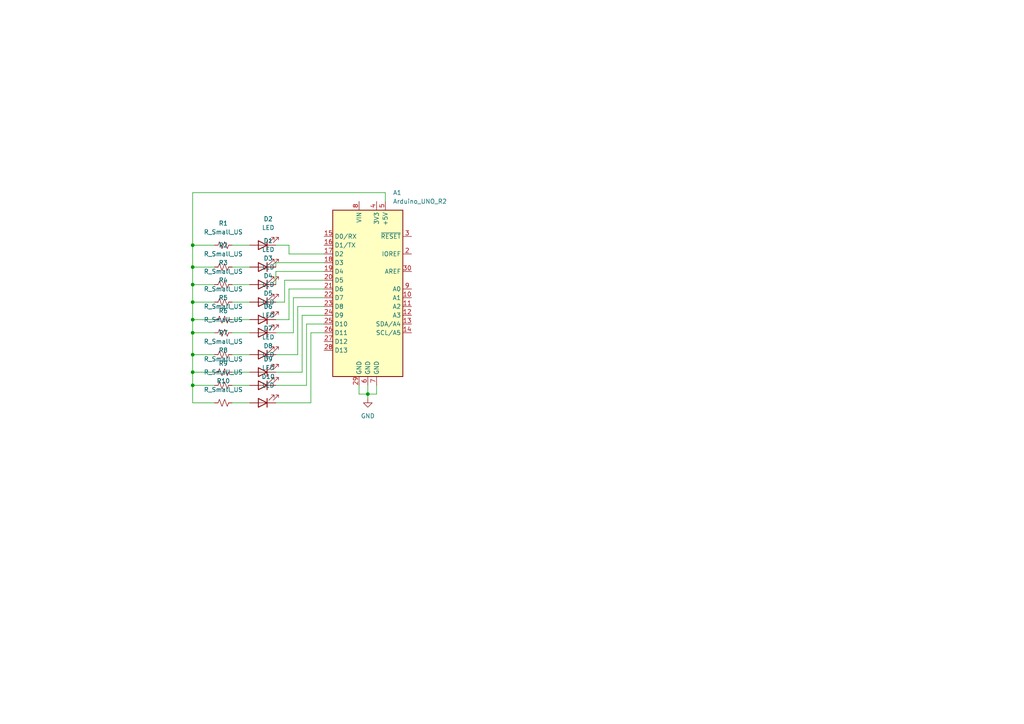
<source format=kicad_sch>
(kicad_sch (version 20230121) (generator eeschema)

  (uuid 6323351d-005b-4a3d-9e09-7cb0f846c7d4)

  (paper "A4")

  (title_block
    (title "Arduino uno shield")
    (rev "1")
  )

  (lib_symbols
    (symbol "Device:LED" (pin_numbers hide) (pin_names (offset 1.016) hide) (in_bom yes) (on_board yes)
      (property "Reference" "D" (at 0 2.54 0)
        (effects (font (size 1.27 1.27)))
      )
      (property "Value" "LED" (at 0 -2.54 0)
        (effects (font (size 1.27 1.27)))
      )
      (property "Footprint" "" (at 0 0 0)
        (effects (font (size 1.27 1.27)) hide)
      )
      (property "Datasheet" "~" (at 0 0 0)
        (effects (font (size 1.27 1.27)) hide)
      )
      (property "ki_keywords" "LED diode" (at 0 0 0)
        (effects (font (size 1.27 1.27)) hide)
      )
      (property "ki_description" "Light emitting diode" (at 0 0 0)
        (effects (font (size 1.27 1.27)) hide)
      )
      (property "ki_fp_filters" "LED* LED_SMD:* LED_THT:*" (at 0 0 0)
        (effects (font (size 1.27 1.27)) hide)
      )
      (symbol "LED_0_1"
        (polyline
          (pts
            (xy -1.27 -1.27)
            (xy -1.27 1.27)
          )
          (stroke (width 0.254) (type default))
          (fill (type none))
        )
        (polyline
          (pts
            (xy -1.27 0)
            (xy 1.27 0)
          )
          (stroke (width 0) (type default))
          (fill (type none))
        )
        (polyline
          (pts
            (xy 1.27 -1.27)
            (xy 1.27 1.27)
            (xy -1.27 0)
            (xy 1.27 -1.27)
          )
          (stroke (width 0.254) (type default))
          (fill (type none))
        )
        (polyline
          (pts
            (xy -3.048 -0.762)
            (xy -4.572 -2.286)
            (xy -3.81 -2.286)
            (xy -4.572 -2.286)
            (xy -4.572 -1.524)
          )
          (stroke (width 0) (type default))
          (fill (type none))
        )
        (polyline
          (pts
            (xy -1.778 -0.762)
            (xy -3.302 -2.286)
            (xy -2.54 -2.286)
            (xy -3.302 -2.286)
            (xy -3.302 -1.524)
          )
          (stroke (width 0) (type default))
          (fill (type none))
        )
      )
      (symbol "LED_1_1"
        (pin passive line (at -3.81 0 0) (length 2.54)
          (name "K" (effects (font (size 1.27 1.27))))
          (number "1" (effects (font (size 1.27 1.27))))
        )
        (pin passive line (at 3.81 0 180) (length 2.54)
          (name "A" (effects (font (size 1.27 1.27))))
          (number "2" (effects (font (size 1.27 1.27))))
        )
      )
    )
    (symbol "Device:R_Small_US" (pin_numbers hide) (pin_names (offset 0.254) hide) (in_bom yes) (on_board yes)
      (property "Reference" "R" (at 0.762 0.508 0)
        (effects (font (size 1.27 1.27)) (justify left))
      )
      (property "Value" "R_Small_US" (at 0.762 -1.016 0)
        (effects (font (size 1.27 1.27)) (justify left))
      )
      (property "Footprint" "" (at 0 0 0)
        (effects (font (size 1.27 1.27)) hide)
      )
      (property "Datasheet" "~" (at 0 0 0)
        (effects (font (size 1.27 1.27)) hide)
      )
      (property "ki_keywords" "r resistor" (at 0 0 0)
        (effects (font (size 1.27 1.27)) hide)
      )
      (property "ki_description" "Resistor, small US symbol" (at 0 0 0)
        (effects (font (size 1.27 1.27)) hide)
      )
      (property "ki_fp_filters" "R_*" (at 0 0 0)
        (effects (font (size 1.27 1.27)) hide)
      )
      (symbol "R_Small_US_1_1"
        (polyline
          (pts
            (xy 0 0)
            (xy 1.016 -0.381)
            (xy 0 -0.762)
            (xy -1.016 -1.143)
            (xy 0 -1.524)
          )
          (stroke (width 0) (type default))
          (fill (type none))
        )
        (polyline
          (pts
            (xy 0 1.524)
            (xy 1.016 1.143)
            (xy 0 0.762)
            (xy -1.016 0.381)
            (xy 0 0)
          )
          (stroke (width 0) (type default))
          (fill (type none))
        )
        (pin passive line (at 0 2.54 270) (length 1.016)
          (name "~" (effects (font (size 1.27 1.27))))
          (number "1" (effects (font (size 1.27 1.27))))
        )
        (pin passive line (at 0 -2.54 90) (length 1.016)
          (name "~" (effects (font (size 1.27 1.27))))
          (number "2" (effects (font (size 1.27 1.27))))
        )
      )
    )
    (symbol "MCU_Module:Arduino_UNO_R2" (in_bom yes) (on_board yes)
      (property "Reference" "A" (at -10.16 23.495 0)
        (effects (font (size 1.27 1.27)) (justify left bottom))
      )
      (property "Value" "Arduino_UNO_R2" (at 5.08 -26.67 0)
        (effects (font (size 1.27 1.27)) (justify left top))
      )
      (property "Footprint" "Module:Arduino_UNO_R2" (at 0 0 0)
        (effects (font (size 1.27 1.27) italic) hide)
      )
      (property "Datasheet" "https://www.arduino.cc/en/Main/arduinoBoardUno" (at 0 0 0)
        (effects (font (size 1.27 1.27)) hide)
      )
      (property "ki_keywords" "Arduino UNO R3 Microcontroller Module Atmel AVR USB" (at 0 0 0)
        (effects (font (size 1.27 1.27)) hide)
      )
      (property "ki_description" "Arduino UNO Microcontroller Module, release 2" (at 0 0 0)
        (effects (font (size 1.27 1.27)) hide)
      )
      (property "ki_fp_filters" "Arduino*UNO*R2*" (at 0 0 0)
        (effects (font (size 1.27 1.27)) hide)
      )
      (symbol "Arduino_UNO_R2_0_1"
        (rectangle (start -10.16 22.86) (end 10.16 -25.4)
          (stroke (width 0.254) (type default))
          (fill (type background))
        )
      )
      (symbol "Arduino_UNO_R2_1_1"
        (pin no_connect line (at -10.16 -20.32 0) (length 2.54) hide
          (name "NC" (effects (font (size 1.27 1.27))))
          (number "1" (effects (font (size 1.27 1.27))))
        )
        (pin bidirectional line (at 12.7 -2.54 180) (length 2.54)
          (name "A1" (effects (font (size 1.27 1.27))))
          (number "10" (effects (font (size 1.27 1.27))))
        )
        (pin bidirectional line (at 12.7 -5.08 180) (length 2.54)
          (name "A2" (effects (font (size 1.27 1.27))))
          (number "11" (effects (font (size 1.27 1.27))))
        )
        (pin bidirectional line (at 12.7 -7.62 180) (length 2.54)
          (name "A3" (effects (font (size 1.27 1.27))))
          (number "12" (effects (font (size 1.27 1.27))))
        )
        (pin bidirectional line (at 12.7 -10.16 180) (length 2.54)
          (name "SDA/A4" (effects (font (size 1.27 1.27))))
          (number "13" (effects (font (size 1.27 1.27))))
        )
        (pin bidirectional line (at 12.7 -12.7 180) (length 2.54)
          (name "SCL/A5" (effects (font (size 1.27 1.27))))
          (number "14" (effects (font (size 1.27 1.27))))
        )
        (pin bidirectional line (at -12.7 15.24 0) (length 2.54)
          (name "D0/RX" (effects (font (size 1.27 1.27))))
          (number "15" (effects (font (size 1.27 1.27))))
        )
        (pin bidirectional line (at -12.7 12.7 0) (length 2.54)
          (name "D1/TX" (effects (font (size 1.27 1.27))))
          (number "16" (effects (font (size 1.27 1.27))))
        )
        (pin bidirectional line (at -12.7 10.16 0) (length 2.54)
          (name "D2" (effects (font (size 1.27 1.27))))
          (number "17" (effects (font (size 1.27 1.27))))
        )
        (pin bidirectional line (at -12.7 7.62 0) (length 2.54)
          (name "D3" (effects (font (size 1.27 1.27))))
          (number "18" (effects (font (size 1.27 1.27))))
        )
        (pin bidirectional line (at -12.7 5.08 0) (length 2.54)
          (name "D4" (effects (font (size 1.27 1.27))))
          (number "19" (effects (font (size 1.27 1.27))))
        )
        (pin output line (at 12.7 10.16 180) (length 2.54)
          (name "IOREF" (effects (font (size 1.27 1.27))))
          (number "2" (effects (font (size 1.27 1.27))))
        )
        (pin bidirectional line (at -12.7 2.54 0) (length 2.54)
          (name "D5" (effects (font (size 1.27 1.27))))
          (number "20" (effects (font (size 1.27 1.27))))
        )
        (pin bidirectional line (at -12.7 0 0) (length 2.54)
          (name "D6" (effects (font (size 1.27 1.27))))
          (number "21" (effects (font (size 1.27 1.27))))
        )
        (pin bidirectional line (at -12.7 -2.54 0) (length 2.54)
          (name "D7" (effects (font (size 1.27 1.27))))
          (number "22" (effects (font (size 1.27 1.27))))
        )
        (pin bidirectional line (at -12.7 -5.08 0) (length 2.54)
          (name "D8" (effects (font (size 1.27 1.27))))
          (number "23" (effects (font (size 1.27 1.27))))
        )
        (pin bidirectional line (at -12.7 -7.62 0) (length 2.54)
          (name "D9" (effects (font (size 1.27 1.27))))
          (number "24" (effects (font (size 1.27 1.27))))
        )
        (pin bidirectional line (at -12.7 -10.16 0) (length 2.54)
          (name "D10" (effects (font (size 1.27 1.27))))
          (number "25" (effects (font (size 1.27 1.27))))
        )
        (pin bidirectional line (at -12.7 -12.7 0) (length 2.54)
          (name "D11" (effects (font (size 1.27 1.27))))
          (number "26" (effects (font (size 1.27 1.27))))
        )
        (pin bidirectional line (at -12.7 -15.24 0) (length 2.54)
          (name "D12" (effects (font (size 1.27 1.27))))
          (number "27" (effects (font (size 1.27 1.27))))
        )
        (pin bidirectional line (at -12.7 -17.78 0) (length 2.54)
          (name "D13" (effects (font (size 1.27 1.27))))
          (number "28" (effects (font (size 1.27 1.27))))
        )
        (pin power_in line (at -2.54 -27.94 90) (length 2.54)
          (name "GND" (effects (font (size 1.27 1.27))))
          (number "29" (effects (font (size 1.27 1.27))))
        )
        (pin input line (at 12.7 15.24 180) (length 2.54)
          (name "~{RESET}" (effects (font (size 1.27 1.27))))
          (number "3" (effects (font (size 1.27 1.27))))
        )
        (pin input line (at 12.7 5.08 180) (length 2.54)
          (name "AREF" (effects (font (size 1.27 1.27))))
          (number "30" (effects (font (size 1.27 1.27))))
        )
        (pin power_out line (at 2.54 25.4 270) (length 2.54)
          (name "3V3" (effects (font (size 1.27 1.27))))
          (number "4" (effects (font (size 1.27 1.27))))
        )
        (pin power_out line (at 5.08 25.4 270) (length 2.54)
          (name "+5V" (effects (font (size 1.27 1.27))))
          (number "5" (effects (font (size 1.27 1.27))))
        )
        (pin power_in line (at 0 -27.94 90) (length 2.54)
          (name "GND" (effects (font (size 1.27 1.27))))
          (number "6" (effects (font (size 1.27 1.27))))
        )
        (pin power_in line (at 2.54 -27.94 90) (length 2.54)
          (name "GND" (effects (font (size 1.27 1.27))))
          (number "7" (effects (font (size 1.27 1.27))))
        )
        (pin power_in line (at -2.54 25.4 270) (length 2.54)
          (name "VIN" (effects (font (size 1.27 1.27))))
          (number "8" (effects (font (size 1.27 1.27))))
        )
        (pin bidirectional line (at 12.7 0 180) (length 2.54)
          (name "A0" (effects (font (size 1.27 1.27))))
          (number "9" (effects (font (size 1.27 1.27))))
        )
      )
    )
    (symbol "power:GND" (power) (pin_names (offset 0)) (in_bom yes) (on_board yes)
      (property "Reference" "#PWR" (at 0 -6.35 0)
        (effects (font (size 1.27 1.27)) hide)
      )
      (property "Value" "GND" (at 0 -3.81 0)
        (effects (font (size 1.27 1.27)))
      )
      (property "Footprint" "" (at 0 0 0)
        (effects (font (size 1.27 1.27)) hide)
      )
      (property "Datasheet" "" (at 0 0 0)
        (effects (font (size 1.27 1.27)) hide)
      )
      (property "ki_keywords" "global power" (at 0 0 0)
        (effects (font (size 1.27 1.27)) hide)
      )
      (property "ki_description" "Power symbol creates a global label with name \"GND\" , ground" (at 0 0 0)
        (effects (font (size 1.27 1.27)) hide)
      )
      (symbol "GND_0_1"
        (polyline
          (pts
            (xy 0 0)
            (xy 0 -1.27)
            (xy 1.27 -1.27)
            (xy 0 -2.54)
            (xy -1.27 -1.27)
            (xy 0 -1.27)
          )
          (stroke (width 0) (type default))
          (fill (type none))
        )
      )
      (symbol "GND_1_1"
        (pin power_in line (at 0 0 270) (length 0) hide
          (name "GND" (effects (font (size 1.27 1.27))))
          (number "1" (effects (font (size 1.27 1.27))))
        )
      )
    )
  )

  (junction (at 106.68 114.3) (diameter 0) (color 0 0 0 0)
    (uuid 244599fa-07db-423d-8f18-6a0478c3c7e3)
  )
  (junction (at 55.88 87.63) (diameter 0) (color 0 0 0 0)
    (uuid 4717068a-f5fb-469d-8a10-ed1fe7451e8f)
  )
  (junction (at 55.88 92.71) (diameter 0) (color 0 0 0 0)
    (uuid 5e3ea075-907c-4a6e-9b85-5202fdafd49d)
  )
  (junction (at 55.88 96.52) (diameter 0) (color 0 0 0 0)
    (uuid a0668713-8959-44ce-81af-151aecbf681f)
  )
  (junction (at 55.88 71.12) (diameter 0) (color 0 0 0 0)
    (uuid bae617d4-f582-4045-9b7d-f1aa092a99ed)
  )
  (junction (at 55.88 102.87) (diameter 0) (color 0 0 0 0)
    (uuid cc3eec06-c11e-473f-b358-cbaa5a52cedd)
  )
  (junction (at 55.88 107.95) (diameter 0) (color 0 0 0 0)
    (uuid d8132422-fc8b-4e11-90a4-1d728ca4c916)
  )
  (junction (at 55.88 82.55) (diameter 0) (color 0 0 0 0)
    (uuid e3194046-1c6b-49a1-8e86-3eea906537fd)
  )
  (junction (at 55.88 77.47) (diameter 0) (color 0 0 0 0)
    (uuid e73406dc-bf86-4cd9-be62-0d10757c5625)
  )
  (junction (at 55.88 111.76) (diameter 0) (color 0 0 0 0)
    (uuid f265bb26-8f5d-4a7c-9f27-20eeefe62ef5)
  )

  (wire (pts (xy 55.88 71.12) (xy 55.88 77.47))
    (stroke (width 0) (type default))
    (uuid 0cedeb30-a2d4-429a-a2d1-6c4b30e878c9)
  )
  (wire (pts (xy 106.68 111.76) (xy 106.68 114.3))
    (stroke (width 0) (type default))
    (uuid 15fce179-b870-4edd-ad82-d2f3d75baccf)
  )
  (wire (pts (xy 87.63 91.44) (xy 93.98 91.44))
    (stroke (width 0) (type default))
    (uuid 1c6ab2cf-bd56-43c7-8dc3-bb82dbd4f331)
  )
  (wire (pts (xy 55.88 102.87) (xy 55.88 107.95))
    (stroke (width 0) (type default))
    (uuid 1e5f0faf-400f-4130-a586-fe1276a2cc38)
  )
  (wire (pts (xy 88.9 93.98) (xy 93.98 93.98))
    (stroke (width 0) (type default))
    (uuid 1e9f56f0-ad9f-4041-bfab-88247849d7a4)
  )
  (wire (pts (xy 67.31 111.76) (xy 72.39 111.76))
    (stroke (width 0) (type default))
    (uuid 2f6c5be4-d2a1-4b03-b23c-c60fdb60f7dc)
  )
  (wire (pts (xy 80.01 102.87) (xy 86.36 102.87))
    (stroke (width 0) (type default))
    (uuid 30b8c18f-cbd8-41f7-a955-3a6c60641984)
  )
  (wire (pts (xy 55.88 71.12) (xy 62.23 71.12))
    (stroke (width 0) (type default))
    (uuid 32fdbb6b-95cb-4ec8-8afa-cf1d04cf0fca)
  )
  (wire (pts (xy 86.36 88.9) (xy 93.98 88.9))
    (stroke (width 0) (type default))
    (uuid 38e1e7f8-80f3-411c-8e8e-1cee1626df2f)
  )
  (wire (pts (xy 85.09 96.52) (xy 85.09 86.36))
    (stroke (width 0) (type default))
    (uuid 3a75e568-b853-4465-b1e7-a56a92fc706d)
  )
  (wire (pts (xy 80.01 92.71) (xy 83.82 92.71))
    (stroke (width 0) (type default))
    (uuid 3f43e971-da6c-42ce-9992-b8aab9ac7a7b)
  )
  (wire (pts (xy 55.88 82.55) (xy 62.23 82.55))
    (stroke (width 0) (type default))
    (uuid 497eacf4-9008-42af-b4eb-2728e9be9da2)
  )
  (wire (pts (xy 109.22 114.3) (xy 106.68 114.3))
    (stroke (width 0) (type default))
    (uuid 4d826380-6eae-4067-a441-54f729e8a0cc)
  )
  (wire (pts (xy 87.63 107.95) (xy 87.63 91.44))
    (stroke (width 0) (type default))
    (uuid 5050e3b3-89f1-4c72-9554-a14085267b98)
  )
  (wire (pts (xy 83.82 92.71) (xy 83.82 83.82))
    (stroke (width 0) (type default))
    (uuid 50bb42af-44a1-4057-923e-0bfd96dec2ea)
  )
  (wire (pts (xy 67.31 107.95) (xy 72.39 107.95))
    (stroke (width 0) (type default))
    (uuid 535ceac6-ca85-4908-9a5f-bf12d9f60518)
  )
  (wire (pts (xy 67.31 96.52) (xy 72.39 96.52))
    (stroke (width 0) (type default))
    (uuid 539415b2-426b-4225-8b8d-1fbf1c2e971c)
  )
  (wire (pts (xy 67.31 82.55) (xy 72.39 82.55))
    (stroke (width 0) (type default))
    (uuid 54fc6632-1699-4d48-9426-b7decb710523)
  )
  (wire (pts (xy 55.88 87.63) (xy 62.23 87.63))
    (stroke (width 0) (type default))
    (uuid 555f6918-fddb-45ae-97cf-7a9e731d0f65)
  )
  (wire (pts (xy 80.01 96.52) (xy 85.09 96.52))
    (stroke (width 0) (type default))
    (uuid 56effdf4-12d5-4be3-8201-29f50a7c2f6c)
  )
  (wire (pts (xy 55.88 92.71) (xy 62.23 92.71))
    (stroke (width 0) (type default))
    (uuid 57b3ca9b-6d2e-4f5a-b542-69899e3c9446)
  )
  (wire (pts (xy 80.01 116.84) (xy 90.17 116.84))
    (stroke (width 0) (type default))
    (uuid 58665bae-9cfa-4631-94e4-f0d12e9856de)
  )
  (wire (pts (xy 85.09 86.36) (xy 93.98 86.36))
    (stroke (width 0) (type default))
    (uuid 5c73634c-fb88-4a9c-869f-83905f9181b1)
  )
  (wire (pts (xy 67.31 77.47) (xy 72.39 77.47))
    (stroke (width 0) (type default))
    (uuid 5fceffde-db79-43bd-9ef1-a23c5671e213)
  )
  (wire (pts (xy 109.22 111.76) (xy 109.22 114.3))
    (stroke (width 0) (type default))
    (uuid 64280aba-365e-4a6e-b1b0-d60d55cb5ba9)
  )
  (wire (pts (xy 55.88 111.76) (xy 55.88 116.84))
    (stroke (width 0) (type default))
    (uuid 6a24bbd5-9081-4d1b-b900-bb81b07fd1d7)
  )
  (wire (pts (xy 90.17 116.84) (xy 90.17 96.52))
    (stroke (width 0) (type default))
    (uuid 6d4d5cf2-c2fc-4762-857a-2c55841a2164)
  )
  (wire (pts (xy 80.01 87.63) (xy 82.55 87.63))
    (stroke (width 0) (type default))
    (uuid 705d6d1e-1aa1-49f7-8cba-9e1075240b40)
  )
  (wire (pts (xy 80.01 78.74) (xy 93.98 78.74))
    (stroke (width 0) (type default))
    (uuid 7277615b-fba0-4b85-ad66-a5b386f24509)
  )
  (wire (pts (xy 106.68 114.3) (xy 106.68 115.57))
    (stroke (width 0) (type default))
    (uuid 7745f9e3-5889-449e-9780-2df7f6c58497)
  )
  (wire (pts (xy 83.82 71.12) (xy 83.82 73.66))
    (stroke (width 0) (type default))
    (uuid 774e8b29-9dda-4d4b-ade2-a74689836be1)
  )
  (wire (pts (xy 80.01 71.12) (xy 83.82 71.12))
    (stroke (width 0) (type default))
    (uuid 78f992a1-b991-4a8d-b090-370c92bae26e)
  )
  (wire (pts (xy 55.88 92.71) (xy 55.88 96.52))
    (stroke (width 0) (type default))
    (uuid 81d68270-6786-492a-8626-ab8bffa439c4)
  )
  (wire (pts (xy 55.88 116.84) (xy 62.23 116.84))
    (stroke (width 0) (type default))
    (uuid 8385df23-86f3-4031-be06-76c5211c804c)
  )
  (wire (pts (xy 67.31 102.87) (xy 72.39 102.87))
    (stroke (width 0) (type default))
    (uuid 8d1a5a8d-f3b4-48b7-838b-074051aff9e2)
  )
  (wire (pts (xy 55.88 107.95) (xy 55.88 111.76))
    (stroke (width 0) (type default))
    (uuid 8e6750ed-050a-43c2-b6ae-960c8d85386b)
  )
  (wire (pts (xy 80.01 111.76) (xy 88.9 111.76))
    (stroke (width 0) (type default))
    (uuid 94a0373d-7e2c-4aa0-b5b8-fe7cd4e1f928)
  )
  (wire (pts (xy 55.88 82.55) (xy 55.88 87.63))
    (stroke (width 0) (type default))
    (uuid 9954aa11-505a-4812-a049-fe7c1ca52a3d)
  )
  (wire (pts (xy 80.01 107.95) (xy 87.63 107.95))
    (stroke (width 0) (type default))
    (uuid 996af779-eb68-4e92-b98a-75955ba61ac7)
  )
  (wire (pts (xy 111.76 55.88) (xy 55.88 55.88))
    (stroke (width 0) (type default))
    (uuid 99dad481-8fd5-4f74-ab57-275e7954e0e2)
  )
  (wire (pts (xy 104.14 111.76) (xy 104.14 114.3))
    (stroke (width 0) (type default))
    (uuid 9e35dd3d-c69e-4ea5-bd58-7c45a5bdc077)
  )
  (wire (pts (xy 111.76 58.42) (xy 111.76 55.88))
    (stroke (width 0) (type default))
    (uuid a03f3374-b91b-4767-96a7-a2290bdaedd6)
  )
  (wire (pts (xy 55.88 77.47) (xy 55.88 82.55))
    (stroke (width 0) (type default))
    (uuid a18bfc95-a3f0-4351-917e-c860941dfd83)
  )
  (wire (pts (xy 80.01 77.47) (xy 80.01 76.2))
    (stroke (width 0) (type default))
    (uuid a6083dc9-125a-4839-bf87-adda15a9cc69)
  )
  (wire (pts (xy 83.82 73.66) (xy 93.98 73.66))
    (stroke (width 0) (type default))
    (uuid a7d344ca-0f38-4c2c-88d1-d7f976f3e563)
  )
  (wire (pts (xy 67.31 92.71) (xy 72.39 92.71))
    (stroke (width 0) (type default))
    (uuid afc5c64a-b2e3-4207-9afc-61929ccd4878)
  )
  (wire (pts (xy 104.14 114.3) (xy 106.68 114.3))
    (stroke (width 0) (type default))
    (uuid b3556914-bc95-4d87-b63b-b0be757a5616)
  )
  (wire (pts (xy 55.88 111.76) (xy 62.23 111.76))
    (stroke (width 0) (type default))
    (uuid b6b137f8-f44d-49eb-95e3-a88a8dacf17e)
  )
  (wire (pts (xy 55.88 87.63) (xy 55.88 92.71))
    (stroke (width 0) (type default))
    (uuid b7cb5fc1-0f38-439c-b366-c2f4b28a3912)
  )
  (wire (pts (xy 67.31 71.12) (xy 72.39 71.12))
    (stroke (width 0) (type default))
    (uuid bba5bb99-075d-4830-964d-449b84ae5aaa)
  )
  (wire (pts (xy 80.01 82.55) (xy 80.01 78.74))
    (stroke (width 0) (type default))
    (uuid be734c58-17ed-4064-8753-ad4154c5a8dd)
  )
  (wire (pts (xy 55.88 96.52) (xy 62.23 96.52))
    (stroke (width 0) (type default))
    (uuid bf5e1441-f2fa-4583-a16a-dd24e8151fec)
  )
  (wire (pts (xy 55.88 77.47) (xy 62.23 77.47))
    (stroke (width 0) (type default))
    (uuid c4cb8932-406b-44ea-ab5b-6e0025e51f79)
  )
  (wire (pts (xy 67.31 87.63) (xy 72.39 87.63))
    (stroke (width 0) (type default))
    (uuid cdc6af47-2570-499b-8c43-ab5447fbf928)
  )
  (wire (pts (xy 83.82 83.82) (xy 93.98 83.82))
    (stroke (width 0) (type default))
    (uuid d2e29381-b936-426f-9161-509c7f1f973a)
  )
  (wire (pts (xy 55.88 102.87) (xy 62.23 102.87))
    (stroke (width 0) (type default))
    (uuid d5a49802-0488-4399-adaf-701ae47af3ce)
  )
  (wire (pts (xy 67.31 116.84) (xy 72.39 116.84))
    (stroke (width 0) (type default))
    (uuid d60c4eab-26f9-40c3-ab0d-629563bbe758)
  )
  (wire (pts (xy 90.17 96.52) (xy 93.98 96.52))
    (stroke (width 0) (type default))
    (uuid d9c09c30-d153-42e1-9aa2-db08a0cf0e96)
  )
  (wire (pts (xy 55.88 107.95) (xy 62.23 107.95))
    (stroke (width 0) (type default))
    (uuid dd197447-907b-49de-b9d5-d63a8414e280)
  )
  (wire (pts (xy 82.55 81.28) (xy 93.98 81.28))
    (stroke (width 0) (type default))
    (uuid dfc14ee0-17b2-4c8e-add7-256d46a3fb29)
  )
  (wire (pts (xy 82.55 87.63) (xy 82.55 81.28))
    (stroke (width 0) (type default))
    (uuid e76ee3a2-6b58-4c66-bef8-c306c1e8949f)
  )
  (wire (pts (xy 55.88 55.88) (xy 55.88 71.12))
    (stroke (width 0) (type default))
    (uuid e94d46bb-30b8-45ba-9913-c93f512cfa67)
  )
  (wire (pts (xy 86.36 102.87) (xy 86.36 88.9))
    (stroke (width 0) (type default))
    (uuid f09460b1-594c-419f-af15-b3301a76fcb8)
  )
  (wire (pts (xy 55.88 96.52) (xy 55.88 102.87))
    (stroke (width 0) (type default))
    (uuid f74bfc96-036a-4f90-978d-6ff4b6d53154)
  )
  (wire (pts (xy 80.01 76.2) (xy 93.98 76.2))
    (stroke (width 0) (type default))
    (uuid f964ffcb-c4e3-4928-8fe0-d3a38a54b4c5)
  )
  (wire (pts (xy 88.9 111.76) (xy 88.9 93.98))
    (stroke (width 0) (type default))
    (uuid fe796b5d-2da9-42d2-b930-d5ffdaa702ef)
  )

  (symbol (lib_id "Device:LED") (at 76.2 87.63 180) (unit 1)
    (in_bom yes) (on_board yes) (dnp no) (fields_autoplaced)
    (uuid 294a50b0-f931-48f1-8651-8ceaa1943608)
    (property "Reference" "D4" (at 77.7875 80.01 0)
      (effects (font (size 1.27 1.27)))
    )
    (property "Value" "LED" (at 77.7875 82.55 0)
      (effects (font (size 1.27 1.27)))
    )
    (property "Footprint" "LED_SMD:LED_0805_2012Metric" (at 76.2 87.63 0)
      (effects (font (size 1.27 1.27)) hide)
    )
    (property "Datasheet" "~" (at 76.2 87.63 0)
      (effects (font (size 1.27 1.27)) hide)
    )
    (pin "2" (uuid 23155156-49bf-41cc-ab5d-46828c7283b0))
    (pin "1" (uuid 9d6db666-9b5f-4208-94b6-470452cd446d))
    (instances
      (project "shield"
        (path "/6323351d-005b-4a3d-9e09-7cb0f846c7d4"
          (reference "D4") (unit 1)
        )
      )
    )
  )

  (symbol (lib_id "Device:LED") (at 76.2 82.55 180) (unit 1)
    (in_bom yes) (on_board yes) (dnp no) (fields_autoplaced)
    (uuid 362227ae-8ab2-4f8c-8554-4b7e4fe4ed4b)
    (property "Reference" "D3" (at 77.7875 74.93 0)
      (effects (font (size 1.27 1.27)))
    )
    (property "Value" "LED" (at 77.7875 77.47 0)
      (effects (font (size 1.27 1.27)))
    )
    (property "Footprint" "LED_SMD:LED_0805_2012Metric" (at 76.2 82.55 0)
      (effects (font (size 1.27 1.27)) hide)
    )
    (property "Datasheet" "~" (at 76.2 82.55 0)
      (effects (font (size 1.27 1.27)) hide)
    )
    (pin "2" (uuid ec0f7c5c-3f0d-40fd-a594-e987db0bdd37))
    (pin "1" (uuid 4a60e755-9cea-474b-b536-e9a362b441be))
    (instances
      (project "shield"
        (path "/6323351d-005b-4a3d-9e09-7cb0f846c7d4"
          (reference "D3") (unit 1)
        )
      )
    )
  )

  (symbol (lib_id "Device:R_Small_US") (at 64.77 71.12 90) (unit 1)
    (in_bom yes) (on_board yes) (dnp no) (fields_autoplaced)
    (uuid 3953c710-fd4e-4615-9fbf-50e1a7407110)
    (property "Reference" "R1" (at 64.77 64.77 90)
      (effects (font (size 1.27 1.27)))
    )
    (property "Value" "R_Small_US" (at 64.77 67.31 90)
      (effects (font (size 1.27 1.27)))
    )
    (property "Footprint" "Resistor_SMD:R_0603_1608Metric" (at 64.77 71.12 0)
      (effects (font (size 1.27 1.27)) hide)
    )
    (property "Datasheet" "~" (at 64.77 71.12 0)
      (effects (font (size 1.27 1.27)) hide)
    )
    (pin "2" (uuid ade0ae14-8448-433b-b98f-64612d1cea0c))
    (pin "1" (uuid c7277920-515a-40dc-893f-6fd0e89545fa))
    (instances
      (project "shield"
        (path "/6323351d-005b-4a3d-9e09-7cb0f846c7d4"
          (reference "R1") (unit 1)
        )
      )
    )
  )

  (symbol (lib_id "Device:R_Small_US") (at 64.77 116.84 90) (unit 1)
    (in_bom yes) (on_board yes) (dnp no) (fields_autoplaced)
    (uuid 3ba779a4-f81a-45af-b2b1-f9061565e9cc)
    (property "Reference" "R10" (at 64.77 110.49 90)
      (effects (font (size 1.27 1.27)))
    )
    (property "Value" "R_Small_US" (at 64.77 113.03 90)
      (effects (font (size 1.27 1.27)))
    )
    (property "Footprint" "Resistor_SMD:R_0603_1608Metric" (at 64.77 116.84 0)
      (effects (font (size 1.27 1.27)) hide)
    )
    (property "Datasheet" "~" (at 64.77 116.84 0)
      (effects (font (size 1.27 1.27)) hide)
    )
    (pin "2" (uuid 53452529-7fa2-4817-9095-4dedd554f849))
    (pin "1" (uuid d1a9cd19-f9c2-4c45-b181-327f008c7481))
    (instances
      (project "shield"
        (path "/6323351d-005b-4a3d-9e09-7cb0f846c7d4"
          (reference "R10") (unit 1)
        )
      )
    )
  )

  (symbol (lib_id "Device:R_Small_US") (at 64.77 87.63 90) (unit 1)
    (in_bom yes) (on_board yes) (dnp no) (fields_autoplaced)
    (uuid 4f04819b-7625-4896-9f4b-0934cfc4a74b)
    (property "Reference" "R4" (at 64.77 81.28 90)
      (effects (font (size 1.27 1.27)))
    )
    (property "Value" "R_Small_US" (at 64.77 83.82 90)
      (effects (font (size 1.27 1.27)))
    )
    (property "Footprint" "Resistor_SMD:R_0603_1608Metric" (at 64.77 87.63 0)
      (effects (font (size 1.27 1.27)) hide)
    )
    (property "Datasheet" "~" (at 64.77 87.63 0)
      (effects (font (size 1.27 1.27)) hide)
    )
    (pin "2" (uuid 3c50ecd5-a7f9-4fbd-bd1f-ec65d6698b28))
    (pin "1" (uuid 1ee8af5a-c1eb-4809-8a64-36054896cf0d))
    (instances
      (project "shield"
        (path "/6323351d-005b-4a3d-9e09-7cb0f846c7d4"
          (reference "R4") (unit 1)
        )
      )
    )
  )

  (symbol (lib_id "Device:R_Small_US") (at 64.77 102.87 90) (unit 1)
    (in_bom yes) (on_board yes) (dnp no) (fields_autoplaced)
    (uuid 55beddda-d3e8-4e88-9fed-5bcb3df2e398)
    (property "Reference" "R7" (at 64.77 96.52 90)
      (effects (font (size 1.27 1.27)))
    )
    (property "Value" "R_Small_US" (at 64.77 99.06 90)
      (effects (font (size 1.27 1.27)))
    )
    (property "Footprint" "Resistor_SMD:R_0603_1608Metric" (at 64.77 102.87 0)
      (effects (font (size 1.27 1.27)) hide)
    )
    (property "Datasheet" "~" (at 64.77 102.87 0)
      (effects (font (size 1.27 1.27)) hide)
    )
    (pin "2" (uuid eacdf8e6-96b2-4c91-8e04-e1763bfb4c4b))
    (pin "1" (uuid 3b335256-0c11-4096-81da-c967635cb21a))
    (instances
      (project "shield"
        (path "/6323351d-005b-4a3d-9e09-7cb0f846c7d4"
          (reference "R7") (unit 1)
        )
      )
    )
  )

  (symbol (lib_id "Device:LED") (at 76.2 111.76 180) (unit 1)
    (in_bom yes) (on_board yes) (dnp no) (fields_autoplaced)
    (uuid 5f493d63-98f4-4021-90ac-3bca0a39cb19)
    (property "Reference" "D9" (at 77.7875 104.14 0)
      (effects (font (size 1.27 1.27)))
    )
    (property "Value" "LED" (at 77.7875 106.68 0)
      (effects (font (size 1.27 1.27)))
    )
    (property "Footprint" "LED_SMD:LED_0805_2012Metric" (at 76.2 111.76 0)
      (effects (font (size 1.27 1.27)) hide)
    )
    (property "Datasheet" "~" (at 76.2 111.76 0)
      (effects (font (size 1.27 1.27)) hide)
    )
    (pin "2" (uuid 1c4b68fc-4e68-4d7a-8bf4-c32d51d11311))
    (pin "1" (uuid 9153b784-2e62-4fbc-8e85-ca352a19e27c))
    (instances
      (project "shield"
        (path "/6323351d-005b-4a3d-9e09-7cb0f846c7d4"
          (reference "D9") (unit 1)
        )
      )
    )
  )

  (symbol (lib_id "MCU_Module:Arduino_UNO_R2") (at 106.68 83.82 0) (unit 1)
    (in_bom yes) (on_board yes) (dnp no) (fields_autoplaced)
    (uuid 65cd24ca-85a9-49a1-985d-db24e80888a0)
    (property "Reference" "A1" (at 113.9541 55.88 0)
      (effects (font (size 1.27 1.27)) (justify left))
    )
    (property "Value" "Arduino_UNO_R2" (at 113.9541 58.42 0)
      (effects (font (size 1.27 1.27)) (justify left))
    )
    (property "Footprint" "Module:Arduino_UNO_R2" (at 106.68 83.82 0)
      (effects (font (size 1.27 1.27) italic) hide)
    )
    (property "Datasheet" "https://www.arduino.cc/en/Main/arduinoBoardUno" (at 106.68 83.82 0)
      (effects (font (size 1.27 1.27)) hide)
    )
    (pin "1" (uuid ac4266fc-f26c-4974-afcf-c50bc253011e))
    (pin "10" (uuid b9c41ef8-53e4-4fb9-baee-84e883bb3560))
    (pin "11" (uuid 97558b6b-2f36-489b-af4b-db9bce64454a))
    (pin "25" (uuid 6ff47a65-e0fc-4c25-8525-df1cf81ab147))
    (pin "28" (uuid b66fd039-cfc3-42e3-a03d-b1037f2bd8f0))
    (pin "30" (uuid ccd7809e-ec9a-4d2d-b449-33c1e0b04c19))
    (pin "27" (uuid 93c525c5-73ed-48a3-8d69-72df25e6968e))
    (pin "24" (uuid f7f47b71-4c25-456b-8db6-4c512ca2ae52))
    (pin "9" (uuid 0790e8b8-6662-4809-9b13-b19b68954776))
    (pin "3" (uuid 0f3c31d7-cfcb-4a0a-bd8c-28074e632835))
    (pin "6" (uuid 90b9c4f5-5178-4540-bca0-c60090ffafcb))
    (pin "29" (uuid d77f077a-e522-4c2f-baa4-9271bc4ce2a6))
    (pin "4" (uuid 6847bb2d-fc34-4dc0-bb28-473ca7c4f0d0))
    (pin "16" (uuid 5abd8e19-9e98-4a31-a432-55300797df35))
    (pin "8" (uuid 6d50adaa-7083-4895-afab-ea18b7297f51))
    (pin "7" (uuid 2f719c3c-3a41-414b-8a3b-f4cb62782dd9))
    (pin "12" (uuid 4818e87c-35e0-4b13-b9e4-fa86b9c75ef2))
    (pin "19" (uuid b9e67fa5-5875-49e8-a0f8-cd1498f66a24))
    (pin "23" (uuid 0c348926-4aeb-4c01-b77b-f25605858a2d))
    (pin "13" (uuid 57285e57-358f-4874-8702-56528e7b32c0))
    (pin "2" (uuid 07f0058c-328d-4d08-a19f-3f846d8a7fc4))
    (pin "20" (uuid 9fdcc6f9-8f25-4175-99f7-20dc9ae250c3))
    (pin "18" (uuid 5b4cfb02-ea7b-4f63-88a7-491e3efc5153))
    (pin "22" (uuid c7e7e1de-9dba-4268-8e69-82c1395f87e6))
    (pin "5" (uuid 03fe6c1d-c219-4263-9bc8-08eccbcf2aaa))
    (pin "21" (uuid 46a84afc-6a73-4434-9f70-443a3c0f9195))
    (pin "26" (uuid f4aff7fc-9263-4f83-90c2-80daf3734be2))
    (pin "14" (uuid 85248196-1978-4835-8c65-c59aef62057f))
    (pin "15" (uuid 383c9fab-c850-4c73-9fa8-617fafc6f133))
    (pin "17" (uuid d4970048-76a2-45c7-a371-e54979687564))
    (instances
      (project "shield"
        (path "/6323351d-005b-4a3d-9e09-7cb0f846c7d4"
          (reference "A1") (unit 1)
        )
      )
    )
  )

  (symbol (lib_id "Device:LED") (at 76.2 116.84 180) (unit 1)
    (in_bom yes) (on_board yes) (dnp no) (fields_autoplaced)
    (uuid 732c11aa-259e-4a0d-95bc-771794ffe572)
    (property "Reference" "D10" (at 77.7875 109.22 0)
      (effects (font (size 1.27 1.27)))
    )
    (property "Value" "LED" (at 77.7875 111.76 0)
      (effects (font (size 1.27 1.27)))
    )
    (property "Footprint" "LED_SMD:LED_0805_2012Metric" (at 76.2 116.84 0)
      (effects (font (size 1.27 1.27)) hide)
    )
    (property "Datasheet" "~" (at 76.2 116.84 0)
      (effects (font (size 1.27 1.27)) hide)
    )
    (pin "2" (uuid fb11f1c2-a5b0-41a8-b368-01722defd187))
    (pin "1" (uuid f0433020-dff9-46f5-99e6-f9f33996c0d3))
    (instances
      (project "shield"
        (path "/6323351d-005b-4a3d-9e09-7cb0f846c7d4"
          (reference "D10") (unit 1)
        )
      )
    )
  )

  (symbol (lib_id "power:GND") (at 106.68 115.57 0) (unit 1)
    (in_bom yes) (on_board yes) (dnp no) (fields_autoplaced)
    (uuid 7aa15931-02f1-4961-b5a3-6e73c14aa0ca)
    (property "Reference" "#PWR01" (at 106.68 121.92 0)
      (effects (font (size 1.27 1.27)) hide)
    )
    (property "Value" "GND" (at 106.68 120.65 0)
      (effects (font (size 1.27 1.27)))
    )
    (property "Footprint" "" (at 106.68 115.57 0)
      (effects (font (size 1.27 1.27)) hide)
    )
    (property "Datasheet" "" (at 106.68 115.57 0)
      (effects (font (size 1.27 1.27)) hide)
    )
    (pin "1" (uuid c6748956-45fe-4922-9742-1cfa9efe6166))
    (instances
      (project "shield"
        (path "/6323351d-005b-4a3d-9e09-7cb0f846c7d4"
          (reference "#PWR01") (unit 1)
        )
      )
    )
  )

  (symbol (lib_id "Device:R_Small_US") (at 64.77 96.52 90) (unit 1)
    (in_bom yes) (on_board yes) (dnp no) (fields_autoplaced)
    (uuid 7d184367-302f-4d1d-8519-c6c0fa3790af)
    (property "Reference" "R6" (at 64.77 90.17 90)
      (effects (font (size 1.27 1.27)))
    )
    (property "Value" "R_Small_US" (at 64.77 92.71 90)
      (effects (font (size 1.27 1.27)))
    )
    (property "Footprint" "Resistor_SMD:R_0603_1608Metric" (at 64.77 96.52 0)
      (effects (font (size 1.27 1.27)) hide)
    )
    (property "Datasheet" "~" (at 64.77 96.52 0)
      (effects (font (size 1.27 1.27)) hide)
    )
    (pin "2" (uuid 971b9cc0-b70f-47f3-9e19-88ccb11e8398))
    (pin "1" (uuid 093f3271-f2bf-4167-8375-18a022f44b71))
    (instances
      (project "shield"
        (path "/6323351d-005b-4a3d-9e09-7cb0f846c7d4"
          (reference "R6") (unit 1)
        )
      )
    )
  )

  (symbol (lib_id "Device:LED") (at 76.2 71.12 180) (unit 1)
    (in_bom yes) (on_board yes) (dnp no) (fields_autoplaced)
    (uuid 8311b358-3d4d-4cc9-9eb4-9565e874cb22)
    (property "Reference" "D2" (at 77.7875 63.5 0)
      (effects (font (size 1.27 1.27)))
    )
    (property "Value" "LED" (at 77.7875 66.04 0)
      (effects (font (size 1.27 1.27)))
    )
    (property "Footprint" "LED_SMD:LED_0805_2012Metric" (at 76.2 71.12 0)
      (effects (font (size 1.27 1.27)) hide)
    )
    (property "Datasheet" "~" (at 76.2 71.12 0)
      (effects (font (size 1.27 1.27)) hide)
    )
    (pin "2" (uuid 53d71e2e-f353-4923-a0e7-3e1ac11e0cc6))
    (pin "1" (uuid 971ab0dc-691f-4168-9337-eb3e187cb07e))
    (instances
      (project "shield"
        (path "/6323351d-005b-4a3d-9e09-7cb0f846c7d4"
          (reference "D2") (unit 1)
        )
      )
    )
  )

  (symbol (lib_id "Device:LED") (at 76.2 92.71 180) (unit 1)
    (in_bom yes) (on_board yes) (dnp no) (fields_autoplaced)
    (uuid 8f47f263-80be-41b5-882c-70b67dd824a5)
    (property "Reference" "D5" (at 77.7875 85.09 0)
      (effects (font (size 1.27 1.27)))
    )
    (property "Value" "LED" (at 77.7875 87.63 0)
      (effects (font (size 1.27 1.27)))
    )
    (property "Footprint" "LED_SMD:LED_0805_2012Metric" (at 76.2 92.71 0)
      (effects (font (size 1.27 1.27)) hide)
    )
    (property "Datasheet" "~" (at 76.2 92.71 0)
      (effects (font (size 1.27 1.27)) hide)
    )
    (pin "2" (uuid 62f8009b-9d6f-4e8f-a359-caedf33764b3))
    (pin "1" (uuid 00c67d8b-90b6-4478-9a91-d100e93f23d9))
    (instances
      (project "shield"
        (path "/6323351d-005b-4a3d-9e09-7cb0f846c7d4"
          (reference "D5") (unit 1)
        )
      )
    )
  )

  (symbol (lib_id "Device:R_Small_US") (at 64.77 82.55 90) (unit 1)
    (in_bom yes) (on_board yes) (dnp no) (fields_autoplaced)
    (uuid 9753d039-4133-426d-8eb3-5f196a1ff7f4)
    (property "Reference" "R3" (at 64.77 76.2 90)
      (effects (font (size 1.27 1.27)))
    )
    (property "Value" "R_Small_US" (at 64.77 78.74 90)
      (effects (font (size 1.27 1.27)))
    )
    (property "Footprint" "Resistor_SMD:R_0603_1608Metric" (at 64.77 82.55 0)
      (effects (font (size 1.27 1.27)) hide)
    )
    (property "Datasheet" "~" (at 64.77 82.55 0)
      (effects (font (size 1.27 1.27)) hide)
    )
    (pin "2" (uuid 53dd6c5a-def4-40bb-bc05-3de5db8580b9))
    (pin "1" (uuid 1a68a9ad-9455-4c74-a256-268b30d9eabf))
    (instances
      (project "shield"
        (path "/6323351d-005b-4a3d-9e09-7cb0f846c7d4"
          (reference "R3") (unit 1)
        )
      )
    )
  )

  (symbol (lib_id "Device:R_Small_US") (at 64.77 107.95 90) (unit 1)
    (in_bom yes) (on_board yes) (dnp no) (fields_autoplaced)
    (uuid 9876702a-ab4e-43fb-bd88-cd0cbc0c62ae)
    (property "Reference" "R8" (at 64.77 101.6 90)
      (effects (font (size 1.27 1.27)))
    )
    (property "Value" "R_Small_US" (at 64.77 104.14 90)
      (effects (font (size 1.27 1.27)))
    )
    (property "Footprint" "Resistor_SMD:R_0603_1608Metric" (at 64.77 107.95 0)
      (effects (font (size 1.27 1.27)) hide)
    )
    (property "Datasheet" "~" (at 64.77 107.95 0)
      (effects (font (size 1.27 1.27)) hide)
    )
    (pin "2" (uuid 2c1aadbc-e5e8-46fa-a14e-7bf86a5efb59))
    (pin "1" (uuid 59243f64-9f58-402c-99ff-9e4d478c1f5e))
    (instances
      (project "shield"
        (path "/6323351d-005b-4a3d-9e09-7cb0f846c7d4"
          (reference "R8") (unit 1)
        )
      )
    )
  )

  (symbol (lib_id "Device:LED") (at 76.2 96.52 180) (unit 1)
    (in_bom yes) (on_board yes) (dnp no) (fields_autoplaced)
    (uuid 9ca50bfe-3592-421c-b8a4-0763fdb59a07)
    (property "Reference" "D6" (at 77.7875 88.9 0)
      (effects (font (size 1.27 1.27)))
    )
    (property "Value" "LED" (at 77.7875 91.44 0)
      (effects (font (size 1.27 1.27)))
    )
    (property "Footprint" "LED_SMD:LED_0805_2012Metric" (at 76.2 96.52 0)
      (effects (font (size 1.27 1.27)) hide)
    )
    (property "Datasheet" "~" (at 76.2 96.52 0)
      (effects (font (size 1.27 1.27)) hide)
    )
    (pin "2" (uuid 3372c707-4f39-4160-bf04-8bf8fc734040))
    (pin "1" (uuid d65029d1-f17b-43c7-b53c-e9165991ccc5))
    (instances
      (project "shield"
        (path "/6323351d-005b-4a3d-9e09-7cb0f846c7d4"
          (reference "D6") (unit 1)
        )
      )
    )
  )

  (symbol (lib_id "Device:R_Small_US") (at 64.77 111.76 90) (unit 1)
    (in_bom yes) (on_board yes) (dnp no) (fields_autoplaced)
    (uuid a79f1551-56ae-44d3-a875-dffaa1c04df0)
    (property "Reference" "R9" (at 64.77 105.41 90)
      (effects (font (size 1.27 1.27)))
    )
    (property "Value" "R_Small_US" (at 64.77 107.95 90)
      (effects (font (size 1.27 1.27)))
    )
    (property "Footprint" "Resistor_SMD:R_0603_1608Metric" (at 64.77 111.76 0)
      (effects (font (size 1.27 1.27)) hide)
    )
    (property "Datasheet" "~" (at 64.77 111.76 0)
      (effects (font (size 1.27 1.27)) hide)
    )
    (pin "2" (uuid 3940f0a7-01f0-4120-b934-fd8f488f8339))
    (pin "1" (uuid 1ff3822e-5b3d-4312-9a45-7af23a58a7dd))
    (instances
      (project "shield"
        (path "/6323351d-005b-4a3d-9e09-7cb0f846c7d4"
          (reference "R9") (unit 1)
        )
      )
    )
  )

  (symbol (lib_id "Device:R_Small_US") (at 64.77 92.71 90) (unit 1)
    (in_bom yes) (on_board yes) (dnp no) (fields_autoplaced)
    (uuid ae3a2e04-f258-48e1-9b3e-591cd3da8ec6)
    (property "Reference" "R5" (at 64.77 86.36 90)
      (effects (font (size 1.27 1.27)))
    )
    (property "Value" "R_Small_US" (at 64.77 88.9 90)
      (effects (font (size 1.27 1.27)))
    )
    (property "Footprint" "Resistor_SMD:R_0603_1608Metric" (at 64.77 92.71 0)
      (effects (font (size 1.27 1.27)) hide)
    )
    (property "Datasheet" "~" (at 64.77 92.71 0)
      (effects (font (size 1.27 1.27)) hide)
    )
    (pin "2" (uuid 5489597d-5a69-4d2d-9ef9-edc158f31032))
    (pin "1" (uuid c910b64a-0a57-4da2-b932-198b76241383))
    (instances
      (project "shield"
        (path "/6323351d-005b-4a3d-9e09-7cb0f846c7d4"
          (reference "R5") (unit 1)
        )
      )
    )
  )

  (symbol (lib_id "Device:LED") (at 76.2 77.47 180) (unit 1)
    (in_bom yes) (on_board yes) (dnp no) (fields_autoplaced)
    (uuid bbc9bf9d-cc66-4001-a2d3-e1dead361cb7)
    (property "Reference" "D1" (at 77.7875 69.85 0)
      (effects (font (size 1.27 1.27)))
    )
    (property "Value" "LED" (at 77.7875 72.39 0)
      (effects (font (size 1.27 1.27)))
    )
    (property "Footprint" "LED_SMD:LED_0805_2012Metric" (at 76.2 77.47 0)
      (effects (font (size 1.27 1.27)) hide)
    )
    (property "Datasheet" "~" (at 76.2 77.47 0)
      (effects (font (size 1.27 1.27)) hide)
    )
    (pin "2" (uuid c38df81e-dfab-4ff7-bdb4-39fc1db60703))
    (pin "1" (uuid 9a82d958-5d80-4a26-8b06-7c968d4da662))
    (instances
      (project "shield"
        (path "/6323351d-005b-4a3d-9e09-7cb0f846c7d4"
          (reference "D1") (unit 1)
        )
      )
    )
  )

  (symbol (lib_id "Device:LED") (at 76.2 102.87 180) (unit 1)
    (in_bom yes) (on_board yes) (dnp no) (fields_autoplaced)
    (uuid c61fbc2c-ecfd-4d31-81ad-bdf1b9c9bc61)
    (property "Reference" "D7" (at 77.7875 95.25 0)
      (effects (font (size 1.27 1.27)))
    )
    (property "Value" "LED" (at 77.7875 97.79 0)
      (effects (font (size 1.27 1.27)))
    )
    (property "Footprint" "LED_SMD:LED_0805_2012Metric" (at 76.2 102.87 0)
      (effects (font (size 1.27 1.27)) hide)
    )
    (property "Datasheet" "~" (at 76.2 102.87 0)
      (effects (font (size 1.27 1.27)) hide)
    )
    (pin "2" (uuid 3e997c30-373e-457d-8fde-59b37bcab658))
    (pin "1" (uuid d082d1cf-7d59-457d-b21d-6efeec774140))
    (instances
      (project "shield"
        (path "/6323351d-005b-4a3d-9e09-7cb0f846c7d4"
          (reference "D7") (unit 1)
        )
      )
    )
  )

  (symbol (lib_id "Device:R_Small_US") (at 64.77 77.47 90) (unit 1)
    (in_bom yes) (on_board yes) (dnp no) (fields_autoplaced)
    (uuid e6777b13-f414-4716-bd3a-4b91ab7b6301)
    (property "Reference" "R2" (at 64.77 71.12 90)
      (effects (font (size 1.27 1.27)))
    )
    (property "Value" "R_Small_US" (at 64.77 73.66 90)
      (effects (font (size 1.27 1.27)))
    )
    (property "Footprint" "Resistor_SMD:R_0603_1608Metric" (at 64.77 77.47 0)
      (effects (font (size 1.27 1.27)) hide)
    )
    (property "Datasheet" "~" (at 64.77 77.47 0)
      (effects (font (size 1.27 1.27)) hide)
    )
    (pin "2" (uuid d7919e6e-adfe-4540-9beb-5d8e81e1f250))
    (pin "1" (uuid 4347b763-1cce-498e-8d8e-6f80db6f51a8))
    (instances
      (project "shield"
        (path "/6323351d-005b-4a3d-9e09-7cb0f846c7d4"
          (reference "R2") (unit 1)
        )
      )
    )
  )

  (symbol (lib_id "Device:LED") (at 76.2 107.95 180) (unit 1)
    (in_bom yes) (on_board yes) (dnp no) (fields_autoplaced)
    (uuid f0cda457-001c-4f1d-bca1-9bfd58349ba8)
    (property "Reference" "D8" (at 77.7875 100.33 0)
      (effects (font (size 1.27 1.27)))
    )
    (property "Value" "LED" (at 77.7875 102.87 0)
      (effects (font (size 1.27 1.27)))
    )
    (property "Footprint" "LED_SMD:LED_0805_2012Metric" (at 76.2 107.95 0)
      (effects (font (size 1.27 1.27)) hide)
    )
    (property "Datasheet" "~" (at 76.2 107.95 0)
      (effects (font (size 1.27 1.27)) hide)
    )
    (pin "2" (uuid ea84e8d5-a5b0-46e2-8c17-9d8adb1ef0a2))
    (pin "1" (uuid c08a2f43-0a27-498d-8b63-76ea90f3f0f1))
    (instances
      (project "shield"
        (path "/6323351d-005b-4a3d-9e09-7cb0f846c7d4"
          (reference "D8") (unit 1)
        )
      )
    )
  )

  (sheet_instances
    (path "/" (page "1"))
  )
)

</source>
